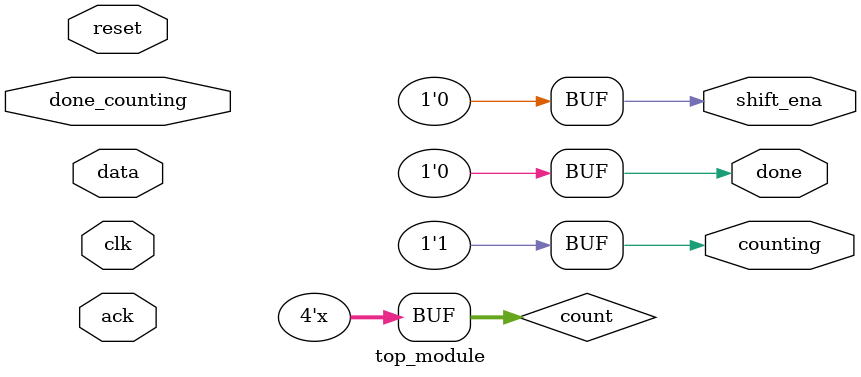
<source format=sv>
module top_module(
	input clk,
	input reset,
	input data,
	output reg shift_ena,
	output reg counting,
	input done_counting,
	output reg done,
	input ack );

	reg [2:0] state;
	reg [2:0] next_state;
	reg [3:0] count;

	parameter IDLE = 0;
	parameter DETECT = 1;
	parameter SHIFT = 2;
	parameter COUNT = 3;
	parameter NOTIFY = 4;

	always @(posedge clk) begin
		if (reset) begin
			state <= IDLE;
			count <= 0;
		end else begin
			state <= next_state;
		end
	end

	always @* begin
		next_state = state;
		shift_ena = 0;
		counting = 1;
		done = 0;

		case(state)
			IDLE: begin
				if (data == 4'b1101) begin
					next_state = DETECT;
				end
			end

			DETECT: begin
				if (data == 4'b1101) begin
					next_state = SHIFT;
				end else begin
					next_state = IDLE;
				end
			end

			SHIFT: begin
				if (count < 4) begin
					count <= count + 1;
				end else begin
					next_state = COUNT;
				end
			end

			COUNT: begin
				if (done_counting) begin
					next_state = NOTIFY;
				end
			end

			NOTIFY: begin
				if (ack) begin
					next_state = IDLE;
				end
			end

		endcase
	end

	always @(posedge clk) begin
		if (reset) begin
			count <= 0;
		end else begin
			if (state != COUNT) begin
				count <= 0;
			end
		end
	end
endmodule

</source>
